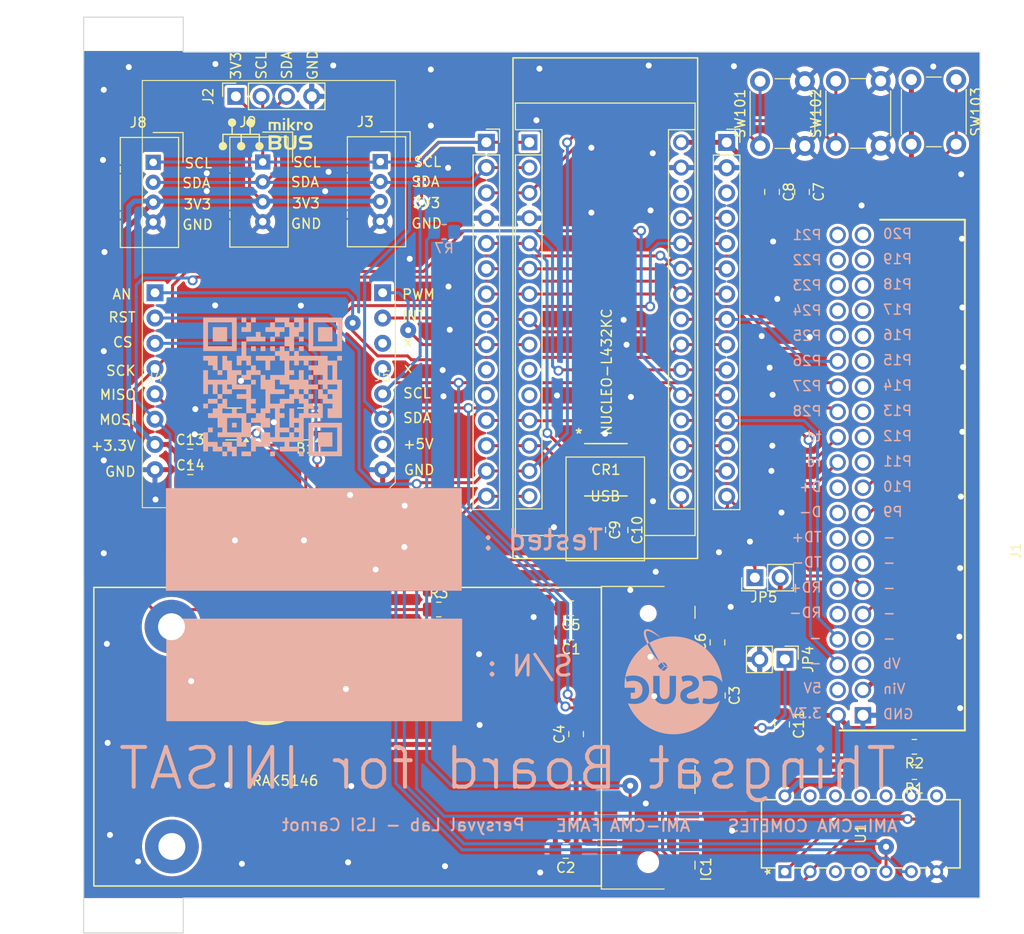
<source format=kicad_pcb>
(kicad_pcb (version 20240108) (generator "pcbnew") (generator_version "8.0")
  (layers (0 "F.Cu" power) (31 "B.Cu" power) (34 "B.Paste" user) (35 "F.Paste" user) (36 "B.SilkS" user "B.Silkscreen") (37 "F.SilkS" user "F.Silkscreen") (38 "B.Mask" user) (39 "F.Mask" user) (44 "Edge.Cuts" user))
  (net 0 "")
  (net 1 "+3V3")
  (net 2 "GND")
  (net 3 "/Vin")
  (net 12 "Net-(IC1-REFCLK+)")
  (net 19 "/HOST_SCK")
  (net 21 "/HOST_MISO")
  (net 25 "/PWM_ROUE{slash}MAG-X")
  (net 27 "/SENS_ROUE{slash}MAG-X")
  (net 28 "/PWM_MAG-Y")
  (net 30 "/SENS_MAG-Y")
  (net 36 "/RX_CALC")
  (net 38 "/TX_CALC")
  (net 41 "/CAN_RD")
  (net 43 "/CAN_TD")
  (net 45 "/SDA")
  (net 47 "/SCL")
  (net 49 "/RESET_SIGNAL")
  (net 60 "/MCU_NRESET")
  (net 61 "/L432KC_RESET")
  (net 62 "/CAN1_TX")
  (net 63 "/CS_MCU")
  (net 66 "/CAN1_RX")
  (net 68 "Net-(B2-OE)")
  (net 69 "Net-(IC1-PERn0)")
  (net 70 "Net-(CR1-ASC)")
  (net 71 "Net-(J6-Pin_4)")
  (net 72 "/MKB_MISO")
  (net 73 "/GPIO(6)")
  (net 74 "/AREF")
  (net 78 "/STANDBY_GPS")
  (net 79 "/TH1")
  (net 82 "/SX1303_RESET")
  (net 83 "Net-(IC1-RESERVED1)")
  (net 86 "Net-(IC1-RESERVED2)")
  (net 87 "Net-(IC1-RESERVED3)")
  (net 88 "Net-(IC1-RESERVED4)")
  (net 89 "/AN")
  (net 90 "/MCU_MOSI")
  (net 92 "/MISO")
  (net 93 "/PWM_MKR")
  (net 94 "/INT_MKR")
  (net 100 "/3.3V")
  (footprint "Connector_PCBEdge:BUS_PCI_Express_Mini" (layer "F.Cu") (at 120.434748 115.445 90)
    (property "Reference" "IC1")
    (property "Value" "PCI_EXPRESS_CARD")
  )
  (footprint "Button_Switch_THT:SW_PUSH_6mm" (layer "F.Cu") (at 139.28 55.97 90)
    (property "Reference" "SW102")
    (property "Value" "Jumper_MCU_Reset_Open")
  )
  (footprint "Connector_PinHeader_2.54mm:PinHeader_1x02_P2.54mm_Vertical" (layer "F.Cu") (at 131.15 99.36 90)
    (property "Reference" "JP5")
    (property "Value" "speed_controller")
  )
  (footprint "Package_SO:TSOP-5_1.65x3.05mm_P0.95mm" (layer "F.Cu") (at 78.81 83.92 180)
    (property "Reference" "B2" (hide yes))
    (property "Value" "SN74AHC1G125DBVT")
  )
  (footprint "Capacitor_SMD:C_0805_2012Metric_Pad1.18x1.45mm_HandSolder" (layer "F.Cu") (at 115.42 94.57 -90)
    (property "Reference" "C9")
    (property "Value" "10u")
  )
  (footprint "Connector:NS-Tech_Grove_1x04_P2mm_Vertical" (layer "F.Cu") (at 93.53 57.57)
    (property "Reference" "J3")
    (property "Value" "I2C_Grove")
  )
  (footprint "Resistor_SMD:R_0805_2012Metric_Pad1.20x1.40mm_HandSolder" (layer "F.Cu") (at 99.410048 100.5586)
    (property "Reference" "R4")
    (property "Value" "100")
  )
  (footprint "Capacitor_SMD:C_0805_2012Metric_Pad1.18x1.45mm_HandSolder" (layer "F.Cu") (at 112.684048 104.8732 180)
    (property "Reference" "C1")
    (property "Value" "10u")
  )
  (footprint "Library:MIkrobus_Connector" (layer "F.Cu") (at 93.771248 79.629)
    (property "Reference" "J5")
    (property "Value" "Conn_01x08")
  )
  (footprint "Package_SO:TSOP-5_1.65x3.05mm_P0.95mm" (layer "F.Cu") (at 86.03 83.92 180)
    (property "Reference" "B1")
    (property "Value" "SN74AHC1G125DBVT")
  )
  (footprint "Connector_PinSocket_2.54mm:PinSocket_1x15_P2.54mm_Vertical" (layer "F.Cu") (at 128.313249 55.637948)
    (property "Reference" "J6" (hide yes))
    (property "Value" "Conn_01x15")
  )
  (footprint "Connector_PinSocket_2.54mm:PinSocket_1x15_P2.54mm_Vertical" (layer "F.Cu") (at 104.183248 55.626)
    (property "Reference" "J7" (hide yes))
    (property "Value" "Conn_01x15")
  )
  (footprint "Capacitor_SMD:C_0805_2012Metric_Pad1.18x1.45mm_HandSolder" (layer "F.Cu") (at 117.66 94.58 -90)
    (property "Reference" "C10")
    (property "Value" "100n")
  )
  (footprint "Capacitor_SMD:C_0805_2012Metric_Pad1.18x1.45mm_HandSolder" (layer "F.Cu") (at 133.88 114.1075 -90)
    (property "Reference" "C11")
    (property "Value" "100n")
  )
  (footprint "Com Nucleo library:logo_csug" (layer "F.Cu") (at 81.977491 108.884548)
    (property "Reference" "G***" (hide yes))
    (property "Value" "LOGO" (hide yes))
  )
  (footprint "Connector_PinHeader_2.54mm:PinHeader_1x02_P2.54mm_Vertical" (layer "F.Cu") (at 134.17 107.57 -90)
    (property "Reference" "JP4")
    (property "Value" "Jumper_STANDBY_GPS_Open")
  )
  (footprint "Resistor_SMD:R_0805_2012Metric_Pad1.20x1.40mm_HandSolder" (layer "F.Cu") (at 147.163948 118.8974 180)
    (property "Reference" "R1")
    (property "Value" "0")
  )
  (footprint "Capacitor_SMD:C_0805_2012Metric_Pad1.18x1.45mm_HandSolder" (layer "F.Cu") (at 127.426248 111.2012 -90)
    (property "Reference" "C3")
    (property "Value" "100n")
  )
  (footprint "Connector:NS-Tech_Grove_1x04_P2mm_Vertical" (layer "F.Cu") (at 70.73 57.64)
    (property "Reference" "J8")
    (property "Value" "I2C_Grove")
  )
  (footprint "Capacitor_SMD:C_0805_2012Metric_Pad1.18x1.45mm_HandSolder" (layer "F.Cu") (at 113.2 115.08 90)
    (property "Reference" "C4")
    (property "Value" "100n")
  )
  (footprint "Capacitor_SMD:C_0805_2012Metric_Pad1.18x1.45mm_HandSolder" (layer "F.Cu") (at 132.87 60.6125 -90)
    (property "Reference" "C8")
    (property "Value" "100n")
  )
  (footprint "Library:SO-8_STM" (layer "F.Cu") (at 116.1862 88.525)
    (property "Reference" "CR1")
    (property "Value" "L9616")
  )
  (footprint "Capacitor_SMD:C_0805_2012Metric_Pad1.18x1.45mm_HandSolder" (layer "F.Cu") (at 135.88 60.6125 -90)
    (property "Reference" "C7")
    (property "Value" "10u")
  )
  (footprint "Capacitor_SMD:C_0805_2012Metric_Pad1.18x1.45mm_HandSolder" (layer "F.Cu") (at 112.1525 126.82 180)
    (property "Reference" "C2")
    (property "Value" "100n")
  )
  (footprint "MountingHole:MountingHole_2.7mm_M2.5_Pad" (layer "F.Cu") (at 72.61 126.37)
    (property "Reference" "REF**" (hide yes))
    (property "Value" "MountingHole_2.7mm_M2.5_Pad")
  )
  (footprint "Capacitor_SMD:C_0805_2012Metric_Pad1.18x1.45mm_HandSolder" (layer "F.Cu") (at 127.39 105.8675 90)
    (property "Reference" "C6")
    (property "Value" "100n")
  )
  (footprint "Library:N14" (layer "F.Cu") (at 134.157248 128.905 90)
    (property "Reference" "U1")
    (property "Value" "7404")
  )
  (footprint "Logos-image:mikrobus_logo" (layer "F.Cu") (at 81.806096 54.730538)
    (property "Reference" "G***" (hide yes))
    (property "Value" "LOGO" (hide yes))
  )
  (footprint "Module:Arduino_Nano" (layer "F.Cu") (at 108.503248 55.626)
    (property "Reference" "L432KC1" (hide yes))
    (property "Value" "MCU")
  )
  (footprint "Connector:NS-Tech_Grove_1x04_P2mm_Vertical" (layer "F.Cu") (at 81.73 57.6)
    (property "Reference" "J9")
    (property "Value" "I2C_Grove")
  )
  (footprint "Button_Switch_THT:SW_PUSH_6mm" (layer "F.Cu") (at 151.36 49.32 -90)
    (property "Reference" "SW103")
    (property "Value" "Jumper_SX1303_Reset_Open")
  )
  (footprint "Resistor_SMD:R_0805_2012Metric_Pad1.20x1.40mm_HandSolder" (layer "F.Cu") (at 99.386548 98.552)
    (property "Reference" "R5")
    (property "Value" "100")
  )
  (footprint "Resistor_SMD:R_0805_2012Metric_Pad1.20x1.40mm_HandSolder" (layer "F.Cu") (at 147.163948 116.3574 180)
    (property "Reference" "R2")
    (property "Value" "0")
  )
  (footprint "Capacitor_SMD:C_0805_2012Metric_Pad1.18x1.45mm_HandSolder" (layer "F.Cu") (at 74.46 89.75)
    (property "Reference" "C14")
    (property "Value" "100n")
  )
  (footprint "Button_Switch_THT:SW_PUSH_6mm" (layer "F.Cu") (at 131.67 55.99 90)
    (property "Reference" "SW101")
    (property "Value" "Jumper_RESET_L432KC_Open")
  )
  (footprint "MountingHole:MountingHole_2.7mm_M2.5_Pad" (layer "F.Cu") (at 72.57 104.29)
    (property "Reference" "REF**" (hide yes))
    (property "Value" "MountingHole_2.7mm_M2.5_Pad")
  )
  (footprint "Library:MIkrobus_Connector" (layer "F.Cu") (at 70.911248 79.629)
    (property "Reference" "J4")
    (property "Value" "Conn_01x08")
  )
  (footprint "Capacitor_SMD:C_0805_2012Metric_Pad1.18x1.45mm_HandSolder" (layer "F.Cu") (at 74.44 87.19)
    (property "Reference" "C13")
    (property "Value" "10u")
  )
  (footprint "Connector_PinSocket_2.54mm:PinSocket_1x04_P2.54mm_Vertical" (layer "F.Cu") (at 79.03 51.01 90)
    (property "Reference" "J2")
    (property "Value" "I2C_Grove")
  )
  (footprint "Resistor_SMD:R_0805_2012Metric_Pad1.20x1.40mm_HandSolder" (layer "F.Cu") (at 99.410048 102.5652)
    (property "Reference" "R3")
    (property "Value" "100")
  )
  (footprint "Resistor_SMD:R_0805_2012Metric_Pad1.20x1.40mm_HandSolder" (layer "F.Cu") (at 99.384648 96.281)
    (property "Reference" "R6")
    (property "Value" "100")
  )
  (footprint "Capacitor_SMD:C_0805_2012Metric_Pad1.18x1.45mm_HandSolder" (layer "F.Cu") (at 112.679048 102.4382 180)
    (property "Reference" "C5")
    (property "Value" "100n")
  )
  (footprint "Library:flatsat_conn" (layer "F.Cu") (at 152.48 89.05)
    (property "Reference" "J1")
    (property "Value" "Bus Standard")
  )
  (footprint "Resistor_SMD:R_0805_2012Metric_Pad1.20x1.40mm_HandSolder" (layer "B.Cu") (at 99.943448 64.6176)
    (property "Reference" "R7")
    (property "Value" "0")
  )
  (footprint "Com Nucleo library:logo_csug" (layer "B.Cu") (at 123.06 109.81 180)
    (property "Reference" "G***" (hide yes))
    (property "Value" "LOGO" (hide yes))
  )
  (footprint "Com Nucleo library:qr_code_flatsat" (layer "B.Cu") (at 82.179575 80.740426 180)
    (property "Reference" "QR" (hide yes))
    (property "Value" "LOGO" (hide yes))
  )
  (gr_rect (start 72.12 103.55) (end 101.68 113.71) (stroke (width 0.15)) (fill solid) (layer "B.SilkS"))
  (gr_rect (start 72.08 90.44) (end 101.64 100.6) (stroke (width 0.15)) (fill solid) (layer "B.SilkS"))
  (gr_line (start 69.641248 92.329) (end 92.501248 92.329) (stroke (width 0.1)) (layer "F.SilkS"))
  (gr_line (start 69.641248 92.316) (end 69.641248 49.416) (stroke (width 0.1)) (layer "F.SilkS"))
  (gr_rect (start 106.859233 47.144374) (end 125.399233 97.434374) (stroke (width 0.15)) (fill none) (layer "F.SilkS"))
  (gr_line (start 69.641248 49.416) (end 95.041248 49.416) (stroke (width 0.1)) (layer "F.SilkS"))
  (gr_line (start 95.041248 89.789) (end 92.501248 92.329) (stroke (width 0.1)) (layer "F.SilkS"))
  (gr_rect (start 64.773996 100.341538) (end 115.733996 130.341538) (stroke (width 0.15)) (fill none) (layer "F.SilkS"))
  (gr_line (start 95.041248 89.789) (end 95.041248 49.416) (stroke (width 0.1)) (layer "F.SilkS"))
  (gr_line (start 73.75 43.05) (end 73.75 46.55) (stroke (width 0.1)) (layer "Edge.Cuts"))
  (gr_line (start 63.75 43.05) (end 73.75 43.05) (stroke (width 0.1)) (layer "Edge.Cuts"))
  (gr_line (start 73.75 131.55) (end 153.75 131.55) (stroke (width 0.1)) (layer "Edge.Cuts"))
  (gr_line (start 73.75 46.55) (end 153.75 46.55) (stroke (width 0.1)) (layer "Edge.Cuts"))
  (gr_line (start 63.75 135.05) (end 73.75 135.05) (stroke (width 0.1)) (layer "Edge.Cuts"))
  (gr_line (start 153.75 131.55) (end 153.75 46.55) (stroke (width 0.1)) (layer "Edge.Cuts"))
  (gr_line (start 63.75 135.05) (end 63.75 43.05) (stroke (width 0.1)) (layer "Edge.Cuts"))
  (gr_line (start 73.75 131.55) (end 73.75 135.05) (stroke (width 0.1)) (layer "Edge.Cuts"))
  (gr_text "Tested :" (at 116.09 96.74 0) (layer "B.SilkS") (effects (font (size 2 2) (thickness 0.3)) (justify left bottom mirror)))
  (gr_text "S/N :" (at 113.05 109.41 0) (layer "B.SilkS") (effects (font (size 2 2) (thickness 0.3)) (justify left bottom mirror)))
  (gr_text "AMI-CMA FAME" (at 124.78 124.98 0) (layer "B.SilkS") (effects (font (size 1.2 1.2) (thickness 0.2) (bold yes)) (justify left bottom mirror)))
  (gr_text "AMI-CMA COMETES" (at 145.59 125.01 0) (layer "B.SilkS") (effects (font (size 1.2 1.2) (thickness 0.2) (bold yes)) (justify left bottom mirror)))
  (gr_text "Thingsat Board for INISAT" (at 145.61 120.88 0) (layer "B.SilkS") (effects (font (size 4 4) (thickness 0.4)) (justify left bottom mirror)))
  (gr_text "Persyval Lab - LSI Carnot" (at 108.16 124.9 0) (layer "B.SilkS") (effects (font (size 1.2 1.2) (thickness 0.2) (bold yes)) (justify left bottom mirror)))
  (gr_text "RAK5146\n" (at 83.985748 119.763 0) (layer "F.SilkS") (effects (font (size 1 1))))
  (gr_text "+5V" (at 95.74 86.53 0) (layer "F.SilkS") (effects (font (size 1 1)) (justify left bottom)))
  (gr_text "NUCLEO-L432KC" (at 116.27 78.7 90) (layer "F.SilkS") (effects (font (size 1 1))))
  (gr_text "SCL\n" (at 82.18 49.4 90) (layer "F.SilkS") (effects (font (size 1 1)) (justify left bottom)))
  (gr_text "SDA\n" (at 84.74 49.38 90) (layer "F.SilkS") (effects (font (size 1 1)) (justify left bottom)))
  (gr_text "3V3" (at 84.6 62.34 0) (layer "F.SilkS") (effects (font (size 1 1)) (justify left bottom)))
  (gr_text "AN" (at 66.55 71.48 0) (layer "F.SilkS") (effects (font (size 1 1)) (justify left bottom)))
  (gr_text "MISO" (at 65.27 81.57 0) (layer "F.SilkS") (effects (font (size 1 1)) (justify left bottom)))
  (gr_text "SCL\n" (at 96.79 58.18 0) (layer "F.SilkS") (effects (font (size 1 1)) (justify left bottom)))
  (gr_text "CS" (at 66.6 76.3 0) (layer "F.SilkS") (effects (font (size 1 1)) (justify left bottom)))
  (gr_text "x" (at 95.78 76.23 0) (layer "F.SilkS") (effects (font (size 1 1)) (justify left bottom)))
  (gr_text "PWM" (at 95.63 71.49 0) (layer "F.SilkS") (effects (font (size 1 1)) (justify left bottom)))
  (gr_text "SDA" (at 95.74 83.9 0) (layer "F.SilkS") (effects (font (size 1 1)) (justify left bottom)))
  (gr_text "GND" (at 96.57 64.36 0) (layer "F.SilkS") (effects (font (size 1 1)) (justify left bottom)))
  (gr_text "SDA" (at 96.57 60.17 0) (layer "F.SilkS") (effects (font (size 1 1)) (justify left bottom)))
  (gr_text "GND\n" (at 87.32 49.46 90) (layer "F.SilkS") (effects (font (size 1 1)) (justify left bottom)))
  (gr_text "3V3" (at 96.7 62.31 0) (layer "F.SilkS") (effects (font (size 1 1)) (justify left bottom)))
  (gr_text "GND" (at 95.82 89.12 0) (layer "F.SilkS") (effects (font (size 1 1)) (justify left bottom)))
  (gr_text "GND" (at 65.81 89.3 0) (layer "F.SilkS") (effects (font (size 1 1)) (justify left bottom)))
  (gr_text "SDA" (at 73.57 60.3 0) (layer "F.SilkS") (effects (font (size 1 1)) (justify left bottom)))
  (gr_text "3V3" (at 73.7 62.44 0) (layer "F.SilkS") (effects (font (size 1 1)) (justify left bottom)))
  (gr_text "SCL\n" (at 84.69 58.21 0) (layer "F.SilkS") (effects (font (size 1 1)) (justify left bottom)))
  (gr_text "RST" (at 66.15 73.79 0) (layer "F.SilkS") (effects (font (size 1 1)) (justify left bottom)))
  (gr_text "GND" (at 73.57 64.49 0) (layer "F.SilkS") (effects (font (size 1 1)) (justify left bottom)))
  (gr_text "x" (at 95.82 78.86 0) (layer "F.SilkS") (effects (font (size 1 1)) (justify left bottom)))
  (gr_text "SCK" (at 65.91 79.16 0) (layer "F.SilkS") (effects (font (size 1 1)) (justify left bottom)))
  (gr_text "SDA" (at 84.47 60.2 0) (layer "F.SilkS") (effects (font (size 1 1)) (justify left bottom)))
  (gr_text "INT" (at 95.63 73.68 0) (layer "F.SilkS") (effects (font (size 1 1)) (justify left bottom)))
  (gr_text "MOSI" (at 65.22 84.08 0) (layer "F.SilkS") (effects (font (size 1 1)) (justify left bottom)))
  (gr_text "GND" (at 84.47 64.39 0) (layer "F.SilkS") (effects (font (size 1 1)) (justify left bottom)))
  (gr_text "SCL" (at 95.74 81.42 0) (layer "F.SilkS") (effects (font (size 1 1)) (justify left bottom)))
  (gr_text "3V3\n" (at 79.63 49.4 90) (layer "F.SilkS") (effects (font (size 1 1)) (justify left bottom)))
  (gr_text "SCL\n" (at 73.79 58.31 0) (layer "F.SilkS") (effects (font (size 1 1)) (justify left bottom)))
  (gr_text "+3.3V" (at 64.38 86.69 0) (layer "F.SilkS") (effects (font (size 1 1)) (justify left bottom)))
  (segment (start 113.634048 104.8732) (end 113.634048 102.4432) (width 0.5) (layer "F.Cu") (net 1))
  (segment (start 115.42 89.99) (end 114.59 89.16) (width 0.5) (layer "F.Cu") (net 1))
  (segment (start 112.78 126.52) (end 113.105 126.845) (width 0.3) (layer "F.Cu") (net 1))
  (segment (start 73.4225 87.21) (end 73.4225 89.75) (width 0.5) (layer "F.Cu") (net 1))
  (segment (start 114.835848 103.645) (end 113.629048 102.4382) (width 0.3) (layer "F.Cu") (net 1))
  (segment (start 131.937524 103.047524) (end 127.238248 107.7468) (width 0.5) (layer "F.Cu") (net 1))
  (segment (start 77.65 86.02) (end 77.63 86.04) (width 0.3) (layer "F.Cu") (net 1))
  (segment (start 127.426248 107.9348) (end 127.238248 107.7468) (width 0.5) (layer "F.Cu") (net 1))
  (segment (start 118.023478 103.645) (end 116.334748 103.645) (width 0.5) (layer "F.Cu") (net 1))
  (segment (start 113.634048 102.4432) (end 113.629048 102.4382) (width 0.5) (layer "F.Cu") (net 1))
  (segment (start 118.87 113.92) (end 118.87 104.491522) (width 0.5) (layer "F.Cu") (net 1))
  (segment (start 130.376248 113.2012) (end 127.426248 110.2512) (width 0.5) (layer "F.Cu") (net 1))
  (segment (start 133.69 101.295048) (end 131.937524 103.047524) (width 0.5) (layer "F.Cu") (net 1))
  (segment (start 127.426248 110.2512) (end 127.426248 107.9348) (width 0.5) (layer "F.Cu") (net 1))
  (segment (start 74.2175 116.1175) (end 113.2 116.1175) (width 0.5) (layer "F.Cu") (net 1))
  (segment (start 114.59 89.16) (end 113.7224 89.16) (width 0.5) (layer "F.Cu") (net 1))
  (segment (start 139.654922 113.182405) (end 139.636127 113.2012) (width 0.5) (layer "F.Cu") (net 1))
  (segment (start 67.91 64.46) (end 67.91 109.81) (width 0.5) (layer "F.Cu") (net 1))
  (segment (start 140.672282 114.512349) (end 139.457282 113.297349) (width 0.5) (layer "F.Cu") (net 1))
  (segment (start 116.334748 114.845) (end 115.025 114.845) (width 0.5) (layer "F.Cu") (net 1))
  (segment (start 127.238248 107.7468) (end 126.890048 108.095) (width 0.3) (layer "F.Cu") (net 1))
  (segment (start 126.890048 108.095) (end 124.534748 108.095) (width 0.3) (layer "F.Cu") (net 1))
  (segment (start 133.69 99.36) (end 133.69 101.295048) (width 0.5) (layer "F.Cu") (net 1))
  (segment (start 146.86 55.82) (end 146.86 110.974631) (width 0.5) (layer "F.Cu") (net 1))
  (segment (start 127.426248 110.2512) (end 127.426248 110.1365) (width 0.3) (layer "F.Cu") (net 1))
  (segment (start 83.7 86.04) (end 84.87 84.87) (width 0.3) (layer "F.Cu") (net 1))
  (segment (start 113.7525 116.1175) (end 113.2 116.1175) (width 0.3) (layer "F.Cu") (net 1))
  (segment (start 70.911248 85.979) (end 72.1915 85.979) (width 0.5) (layer "F.Cu") (net 1))
  (segment (start 117.66 93.5425) (end 118.1545 94.037) (width 0.5) (layer "F.Cu") (net 1))
  (segment (start 74.5525 86.04) (end 83.7 86.04) (width 0.3) (layer "F.Cu") (net 1))
  (segment (start 118.87 104.491522) (end 118.023478 103.645) (width 0.5) (layer "F.Cu") (net 1))
  (segment (start 127.426248 110.1365) (end 126.084748 108.795) (width 0.3) (layer "F.Cu") (net 1))
  (segment (start 80.4 52.38) (end 79.03 51.01) (width 0.3) (layer "F.Cu") (net 1))
  (segment (start 143.322282 114.512349) (end 140.672282 114.512349) (width 0.5) (layer "F.Cu") (net 1))
  (segment (start 113.105 126.845) (end 116.334748 126.845) (width 0.5) (layer "F.Cu") (net 1))
  (segment (start 73.4025 87.19) (end 74.5525 86.04) (width 0.3) (layer "F.Cu") (net 1))
  (segment (start 118.87 108.83) (end 118.885 108.845) (width 0.5) (layer "F.Cu") (net 1))
  (segment (start 81.73 61.6) (end 80.4 60.27) (width 0.3) (layer "F.Cu") (net 1))
  (segment (start 139.457282 113.297349) (end 139.457282 113.187349) (width 0.5) (layer "F.Cu") (net 1))
  (segment (start 122.927 94.037) (end 131.937524 103.047524) (width 0.5) (layer "F.Cu") (net 1))
  (segment (start 115.42 93.5325) (end 115.42 89.99) (width 0.5) (layer "F.Cu") (net 1))
  (segment (start 118.885 108.845) (end 124.534748 108.845) (width 0.5) (layer "F.Cu") (net 1))
  (segment (start 115.42 93.5325) (end 117.65 93.5325) (width 0.5) (layer "F.Cu") (net 1))
  (segment (start 77.65 84.87) (end 77.65 86.02) (width 0.3) (layer "F.Cu") (net 1))
  (segment (start 126.084748 108.795) (end 124.534748 108.795) (width 0.3) (layer "F.Cu") (net 1))
  (segment (start 139.654922 113.182405) (end 138.957843 113.182405) (width 0.5) (layer "F.Cu") (net 1))
  (segment (start 80.4 60.27) (end 80.4 52.38) (width 0.3) (layer "F.Cu") (net 1))
  (segment (start 118.1545 94.037) (end 122.927 94.037) (width 0.5) (layer "F.Cu") (net 1))
  (segment (start 117.945 114.845) (end 118.87 113.92) (width 0.5) (layer "F.Cu") (net 1))
  (segment (start 116.334748 114.845) (end 117.945 114.845) (width 0.5) (layer "F.Cu") (net 1))
  (segment (start 146.86 110.974631) (end 143.322282 114.512349) (width 0.5) (layer "F.Cu") (net 1))
  (segment (start 67.91 109.81) (end 74.2175 116.1175) (width 0.5) (layer "F.Cu") (net 1))
  (segment (start 116.334748 103.645) (end 114.835848 103.645) (width 0.3) (layer "F.Cu") (net 1))
  (segment (start 72.1915 85.979) (end 73.4225 87.21) (width 0.5) (layer "F.Cu") (net 1))
  (segment (start 139.636127 113.2012) (end 130.376248 113.2012) (width 0.5) (layer "F.Cu") (net 1))
  (segment (start 70.73 61.64) (end 67.91 64.46) (width 0.5) (layer "F.Cu") (net 1))
  (segment (start 113.2 126.45) (end 112.78 126.87) (width 0.3) (layer "F.Cu") (net 1))
  (segment (start 115.025 114.845) (end 113.7525 116.1175) (width 0.5) (layer "F.Cu") (net 1))
  (segment (start 146.86 55.82) (end 146.86 49.32) (width 0.5) (layer "F.Cu") (net 1))
  (segment (start 113.2 116.1175) (end 113.2 126.45) (width 0.5) (layer "F.Cu") (net 1))
  (segment (start 117.65 93.5325) (end 117.66 93.5425) (width 0.5) (layer "F.Cu") (net 1))
  (segment (start 135.672248 119.77) (end 138.94 119.77) (width 0.5) (layer "B.Cu") (net 1))
  (segment (start 134.157248 121.285) (end 135.672248 119.77) (width 0.5) (layer "B.Cu") (net 1))
  (segment (start 138.94 119.77) (end 139.457282 119.252718) (width 0.5) (layer "B.Cu") (net 1))
  (segment (start 139.457282 119.252718) (end 139.457282 113.187349) (width 0.5) (layer "B.Cu") (net 1))
  (segment (start 68.83 61.53) (end 93.49 61.53) (width 0.5) (layer "B.Cu") (net 1))
  (segment (start 68.27 62.09) (end 68.83 61.53) (width 0.5) (layer "B.Cu") (net 1))
  (segment (start 68.27 83.337752) (end 68.27 62.09) (width 0.5) (layer "B.Cu") (net 1))
  (segment (start 70.911248 85.979) (end 68.27 83.337752) (width 0.5) (layer "B.Cu") (net 1))
  (segment (start 93.49 61.53) (end 93.53 61.57) (width 0.5) (layer "B.Cu") (net 1))
  (segment (start 123.743248 58.166) (end 128.301301 58.166) (width 0.3) (layer "F.Cu") (net 2))
  (segment (start 104.183248 63.246) (end 108.503248 63.246) (width 0.3) (layer "F.Cu") (net 2))
  (segment (start 123.134748 124.045) (end 122.682 123.592252) (width 0.3) (layer "F.Cu") (net 2))
  (segment (start 123.1348 121.645) (end 124.534748 121.645) (width 0.3) (layer "F.Cu") (net 2))
  (segment (start 126.732448 112.845) (end 127.426248 112.1512) (width 0.3) (layer "F.Cu") (net 2))
  (segment (start 122.682 122.0978) (end 123.1348 121.645) (width 0.3) (layer "F.Cu") (net 2))
  (segment (start 116.334748 114.045) (end 116.195 114.045) (width 0.3) (layer "F.Cu") (net 2))
  (segment (start 122.682 123.592252) (end 122.682 122.0978) (width 0.3) (layer "F.Cu") (net 2))
  (segment (start 124.534748 124.045) (end 123.134748 124.045) (width 0.3) (layer "F.Cu") (net 2))
  (segment (start 116.195 114.045) (end 116.1925 114.0425) (width 0.3) (layer "F.Cu") (net 2))
  (segment (start 124.534748 112.845) (end 126.732448 112.845) (width 0.3) (layer "F.Cu") (net 2))
  (via (at 120.1928 122.047) (size 1.6) (drill 0.6) (layers "F.Cu" "B.Cu") (net 2))
  (via (at 74.55 109.76) (size 1) (drill 0.6) (layers "F.Cu" "B.Cu") (net 2))
  (via (at 90.5002 91.059) (size 1.6) (drill 0.6) (layers "F.Cu" "B.Cu") (net 2))
  (via (at 111.28 81.06) (size 1) (drill 0.6) (layers "F.Cu" "B.Cu") (net 2))
  (via (at 65.69 57.4) (size 1) (drill 0.6) (layers "F.Cu" "B.Cu") (net 2))
  (via (at 78.16 120.18) (size 1) (drill 0.6) (layers "F.Cu" "B.Cu") (net 2))
  (via (at 103.45 107.05) (size 1) (drill 0.6) (layers "F.Cu" "B.Cu") (net 2))
  (via (at 141.86 61.97) (size 1) (drill 0.6) (layers "F.Cu" "B.Cu") (net 2))
  (via (at 109.51 48.23) (size 1) (drill 0.6) (layers "F.Cu" "B.Cu") (net 2))
  (via (at 133.4 71.36) (size 1) (drill 0.6) (layers "F.Cu" "B.Cu") (net 2))
  (via (at 66.39 125.21) (size 1) (drill 0.6) (layers "F.Cu" "B.Cu") (net 2))
  (via (at 120.89 56.72) (size 1) (drill 0.6) (layers "F.Cu" "B.Cu") (net 2))
  (via (at 78.94 95.61) (size 1) (drill 0.6) (layers "F.Cu" "B.Cu") (net 2))
  (via (at 68.28 48.07) (size 1) (drill 0.6) (layers "F.Cu" "B.Cu") (net 2))
  (via (at 151.86 58.83) (size 1) (drill 0.6) (layers "F.Cu" "B.Cu") (net 2))
  (via (at 88 60.54) (size 1) (drill 0.6) (layers "F.Cu" "B.Cu") (net 2))
  (via (at 118.26 75.96) (size 1) (drill 0.6) (layers "F.Cu" "B.Cu") (net 2))
  (via (at 85.56 72.03) (size 1) (drill 0.6) (layers "F.Cu" "B.Cu") (net 2))
  (via (at 128.72 102.3) (size 1.6) (drill 0.6) (layers "F.Cu" "B.Cu") (net 2))
  (via (at 120.67 62.47) (size 1) (drill 0.6) (layers "F.Cu" "B.Cu") (net 2))
  (via (at 88.81 47.91) (size 1) (drill 0.6) (layers "F.Cu" "B.Cu") (net 2))
  (via (at 128.86 124.79) (size 1) (drill 0.6) (layers "F.Cu" "B.Cu") (net 2))
  (via (at 121.19 98.77) (size 1) (drill 0.6) (layers "F.Cu" "B.Cu") (net 2))
  (via (at 132.9 86.11) (size 1) (drill 0.6) (layers "F.Cu" "B.Cu") (net 2))
  (via (at 65.77 87.58) (size 1) (drill 0.6) (layers "F.Cu" "B.Cu") (net 2))
  (via (at 132.93 80.99) (size 1) (drill 0.6) (layers "F.Cu" "B.Cu") (net 2))
  (via (at 100.34 58.19) (size 1) (drill 0.6) (layers "F.Cu" "B.Cu") (net 2))
  (via (at 121.04 111.27) (size 1.6) (drill 0.6) (layers "F.Cu" "B.Cu") (net 2))
  (via (at 151.83 91.22) (size 1) (drill 0.6) (layers "F.Cu" "B.Cu") (net 2))
  (via (at 133.82 92.82) (size 1) (drill 0.6) (layers "F.Cu" "B.Cu") (net 2))
  (via (at 132.81 88.64) (size 1) (drill 0.6) (layers "F.Cu" "B.Cu") (net 2))
  (via (at 151.68 105.29) (size 1) (drill 0.6) (layers "F.Cu" "B.Cu") (net 2))
  (via (at 79.64 128.11) (size 1) (drill 0.6) (layers "F.Cu" "B.Cu") (net 2))
  (via (at 114.73 62.69) (size 1) (drill 0.6) (layers "F.Cu" "B.Cu") (net 2))
  (via (at 90.62 120.3) (size 1) (drill 0.6) (layers "F.Cu" "B.Cu") (net 2))
  (via (at 76.11 58.73) (size 1) (drill 0.6) (layers "F.Cu" "B.Cu") (net 2))
  (via (at 76.98 47.76) (size 1) (drill 0.6) (layers "F.Cu" "B.Cu") (net 2))
  (via (at 65.77 50.35) (size 1) (drill 0.6) (layers "F.Cu" "B.Cu") (net 2))
  (via (at 74.9 84.96) (size 1) (drill 0.6) (layers "F.Cu" "B.Cu") (net 2))
  (via (at 98.61 48.31) (size 1) (drill 0.6) (layers "F.Cu" "B.Cu") (net 2))
  (via (at 120.92 91.68) (size 1) (drill 0.6) (layers "F.Cu" "B.Cu") (net 2))
  (via (at 136.66 75.18) (size 1) (drill 0.6) (layers "F.Cu" "B.Cu") (net 2))
  (via (at 76.95 72.01) (size 1) (drill 0.6) (layers "F.Cu" "B.Cu") (net 2))
  (via (at 114.73 56.17) (size 1) (drill 0.6) (layers "F.Cu" "B.Cu") (net 2))
  (via (at 65.77 96.91) (size 1) (drill 0.6) (layers "F.Cu" "B.Cu") (net 2))
  (via (at 151.94 65.31) (size 1) (drill 0.6) (layers "F.Cu" "B.Cu") (net 2))
  (via (at 74.96 82.43) (size 1) (drill 0.6) (layers "F.Cu" "B.Cu") (net 2))
  (via (at 99.88 81.14) (size 1) (drill 0.6) (layers "F.Cu" "B.Cu") (net 2))
  (via (at 96.49 67.33) (size 1) (drill 0.6) (layers "F.Cu" "B.Cu") (net 2))
  (via (at 151.98 84.71) (size 1) (drill 0.6) (layers "F.Cu" "B.Cu") (net 2))
  (via (at 109.21 53.41) (size 1) (drill 0.6) (layers "F.Cu" "B.Cu") (net 2))
  (via (at 131.83 75.09) (size 1) (drill 0.6) (layers "F.Cu" "B.Cu") (net 2))
  (via (at 118.64 100.6) (size 1) (drill 0.6) (layers "F.Cu" "B.Cu") (net 2))
  (via (at 65.84 66.65) (size 1) (drill 0.6) (layers "F.Cu" "B.Cu") (net 2))
  (via (at 132.63 78.27) (size 1) (drill 0.6) (layers "F.Cu" "B.Cu") (net 2))
  (via (at 85.87 95.61) (size 1) (drill 0.6) (layers "F.Cu" "B.Cu") (net 2))
  (via (at 76.11 60.52) (size 1) (drill 0.6) (layers "F.Cu" "B.Cu") (net 2))
  (via (at 65.77 76.61) (size 1) (drill 0.6) (layers "F.Cu" "B.Cu") (net 2))
  (via (at 117.97 73.46) (size 1) (drill 0.6) (layers "F.Cu" "B.Cu") (net 2))
  (via (at 88.34 58.59) (size 1) (drill 0.6) (layers "F.Cu" "B.Cu") (net 2))
  (via (at 129.04 47.98) (size 1) (drill 0.6) (layers "F.Cu" "B.Cu") (net 2))
  (via (at 100.51 74.46) (size 1) (drill 0.6) (layers "F.Cu" "B.Cu") (net 2))
  (via (at 118.7 81.21) (size 1) (drill 0.6) (layers "F.Cu" "B.Cu") (net 2))
  (via (at 149.06 48.01) (size 1) (drill 0.6) (layers "F.Cu" "B.Cu") (net 2))
  (via (at 116.1 84.9) (size 1.6) (drill 0.6) (layers "F.Cu" "B.Cu") (net 2))
  (via (at 70.9676 91.5162) (size 1.6) (drill 0.6) (layers "F.Cu" "B.Cu") (net 2))
  (via (at 110.97 94.29) (size 1) (drill 0.6) (layers "F.Cu" "B.Cu") (net 2))
  (via (at 100.38 70.12) (size 1) (drill 0.6) (layers "F.Cu" "B.Cu") (net 2))
  (via (at 66.08 106.01) (size 1) (drill 0.6) (layers "F.Cu" "B.Cu") (net 2))
  (via (at 79.55 79.59) (size 1) (drill 0.6) (layers "F.Cu" "B.Cu") (net 2))
  (via (at 98.61 53.95) (size 1) (drill 0.6) (layers "F.Cu" "B.Cu") (net 2))
  (via (at 151.76 98.4) (size 1) (drill 0.6) (layers "F.Cu" "B.Cu") (net 2))
  (via (at 120.49 47.91) (size 1) (drill 0.6) (layers "F.Cu" "B.Cu") (net 2))
  (via (at 127.54 96.81) (size 1) (drill 0.6) (layers "F.Cu" "B.Cu") (net 2))
  (via (at 69.22 127.88) (size 1) (drill 0.6) (layers "F.Cu" "B.Cu") (net 2))
  (via (at 120.66 107.31) (size 1.6) (drill 0.6) (layers "F.Cu" "B.Cu") (net 2))
  (via (at 108.93 103.32) (size 1) (drill 0.6) (layers "F.Cu" "B.Cu") (net 2))
  (via (at 90.3 127.96) (size 1) (drill 0.6) (layers "F.Cu" "B.Cu") (net 2))
  (via (at 99.8 78.51) (size 1) (drill 0.6) (layers "F.Cu" "B.Cu") (net 2))
  (via (at 95.9866 92.1258) (size 1.6) (drill 0.6) (layers "F.Cu" "B.Cu") (net 2))
  (via (at 151.76 112.47) (size 1) (drill 0.6) (layers "F.Cu" "B.Cu") (net 2))
  (via (at 103.51 114.16) (size 1) (drill 0.6) (layers "F.Cu" "B.Cu") (net 2))
  (via (at 151.98 72.22) (size 1) (drill 0.6) (layers "F.Cu" "B.Cu") (net 2))
  (via (at 82.84 83.74) (size 1) (drill 0.6) (layers "F.Cu" "B.Cu") (net 2))
  (via (at 130.65 95.74) (size 1) (drill 0.6) (layers "F.Cu" "B.Cu") (net 2))
  (via (at 90.08 110.55) (size 1) (drill 0.6) (layers "F.Cu" "B.Cu") (net 2))
  (via (at 152.05 78.21) (size 1) (drill 0.6) (layers "F.Cu" "B.Cu") (net 2))
  (via (at 100.03 128.35) (size 1) (drill 0.6) (layers "F.Cu" "B.Cu") (net 2))
  (via (at 109.59 128.98) (size 1) (drill 0.6) (layers "F.Cu" "B.Cu") (net 2))
  (via (at 132.98 65.59) (size 1) (drill 0.6) (layers "F.Cu" "B.Cu") (net 2))
  (via (at 66.16 115.96) (size 1) (drill 0.6) (layers "F.Cu" "B.Cu") (net 2))
  (segment (start 128.301301 58.166) (end 128.313249 58.177948) (width 0.3) (layer "B.Cu") (net 2))
  (segment (start 145.77 62.387352) (end 142.812648 59.43) (width 0.5) (layer "F.Cu") (net 3))
  (segment (start 123.743248 55.626) (end 128.301301 55.626) (width 0.5) (layer "F.Cu") (net 3))
  (segment (start 132.105301 59.43) (end 128.313249 55.637948) (width 0.5) (layer "F.Cu") (net 3))
  (segment (start 142.812648 59.43) (end 132.105301 59.43) (width 0.5) (layer "F.Cu") (net 3))
  (segment (start 142.194922 110.642405) (end 145.77 107.067327) (width 0.5) (layer "F.Cu") (net 3))
  (segment (start 145.77 107.067327) (end 145.77 62.387352) (width 0.5) (layer "F.Cu") (net 3))
  (segment (start 128.301301 55.626) (end 128.313249 55.637948) (width 0.5) (layer "B.Cu") (net 3))
  (segment (start 146.251448 118.8974) (end 146.138848 119.01) (width 0.3) (layer "F.Cu") (net 12))
  (segment (start 146.138848 119.01) (end 133.64 119.01) (width 0.3) (layer "F.Cu") (net 12))
  (segment (start 133.64 119.01) (end 130.205 122.445) (width 0.3) (layer "F.Cu") (net 12))
  (segment (start 130.205 122.445) (end 124.534748 122.445) (width 0.3) (layer "F.Cu") (net 12))
  (segment (start 123.743248 81.026) (end 128.301301 81.026) (width 0.3) (layer "F.Cu") (net 19))
  (segment (start 98.497548 102.5652) (end 70.7352 102.5652) (width 0.3) (layer "F.Cu") (net 19))
  (segment (start 97.86 68.6) (end 74.082182 68.6) (width 0.3) (layer "F.Cu") (net 19))
  (segment (start 72.67 70.012182) (end 72.67 76.600248) (width 0.3) (layer "F.Cu") (net 19))
  (segment (start 70.7352 102.5652) (end 68.56 100.39) (width 0.3) (layer "F.Cu") (net 19))
  (segment (start 68.56 80.710248) (end 70.911248 78.359) (width 0.3) (layer "F.Cu") (net 19))
  (segment (start 68.56 100.39) (end 68.56 80.710248) (width 0.3) (layer "F.Cu") (net 19))
  (segment (start 74.082182 68.6) (end 72.67 70.012182) (width 0.3) (layer "F.Cu") (net 19))
  (segment (start 119.71 64.51) (end 101.95 64.51) (width 0.3) (layer "F.Cu") (net 19))
  (segment (start 72.67 76.600248) (end 70.911248 78.359) (width 0.3) (layer "F.Cu") (net 19))
  (segment (start 101.95 64.51) (end 97.86 68.6) (width 0.3) (layer "F.Cu") (net 19))
  (via (at 119.71 64.51) (size 1) (drill 0.6) (layers "F.Cu" "B.Cu") (net 19))
  (segment (start 119.73 77.012752) (end 123.743248 81.026) (width 0.3) (layer "B.Cu") (net 19))
  (segment (start 119.73 64.53) (end 119.73 77.012752) (width 0.3) (layer "B.Cu") (net 19))
  (segment (start 128.301301 81.026) (end 128.313249 81.037948) (width 0.3) (layer "B.Cu") (net 19))
  (segment (start 119.71 64.51) (end 119.73 64.53) (width 0.3) (layer "B.Cu") (net 19))
  (segment (start 93.440782 100.5586) (end 98.497548 100.5586) (width 0.3) (layer "F.Cu") (net 21))
  (segment (start 86.05 84.605) (end 86.05 93.167818) (width 0.3) (layer "F.Cu") (net 21))
  (segment (start 86.735 83.92) (end 86.05 84.605) (width 0.3) (layer "F.Cu") (net 21))
  (segment (start 86.05 93.167818) (end 93.440782 100.5586) (width 0.3) (layer "F.Cu") (net 21))
  (segment (start 87.19 83.92) (end 86.735 83.92) (width 0.3) (layer "F.Cu") (net 21))
  (segment (start 135.839148 84.827948) (end 122.977948 84.827948) (width 0.3) (layer "F.Cu") (net 25))
  (segment (start 122.977948 84.827948) (end 121.75 83.6) (width 0.3) (layer "F.Cu") (net 25))
  (segment (start 136.533848 85.522648) (end 135.839148 84.827948) (width 0.3) (layer "F.Cu") (net 25))
  (segment (start 104.183248 83.566) (end 108.503248 83.566) (width 0.3) (layer "F.Cu") (net 25))
  (segment (start 108.537248 83.6) (end 108.503248 83.566) (width 0.3) (layer "F.Cu") (net 25))
  (segment (start 121.75 83.6) (end 108.537248 83.6) (width 0.3) (layer "F.Cu") (net 25))
  (via (at 136.533848 85.522648) (size 1) (drill 0.6) (layers "F.Cu" "B.Cu") (net 25))
  (segment (start 136.722648 105.170131) (end 136.722648 85.522648) (width 0.3) (layer "B.Cu") (net 25))
  (segment (start 139.654922 108.102405) (end 136.722648 105.170131) (width 0.3) (layer "B.Cu") (net 25))
  (segment (start 123.743248 83.566) (end 128.301301 83.566) (width 0.3) (layer "F.Cu") (net 27))
  (segment (start 128.301301 83.566) (end 128.313249 83.577948) (width 0.3) (layer "B.Cu") (net 27))
  (segment (start 137.433848 84.933848) (end 136.077948 83.577948) (width 0.3) (layer "B.Cu") (net 27))
  (segment (start 136.077948 83.577948) (end 128.313249 83.577948) (width 0.3) (layer "B.Cu") (net 27))
  (segment (start 139.654922 105.562405) (end 137.433848 103.341331) (width 0.3) (layer "B.Cu") (net 27))
  (segment (start 137.433848 103.341331) (end 137.433848 84.933848) (width 0.3) (layer "B.Cu") (net 27))
  (segment (start 108.517248 68.34) (end 108.503248 68.326) (width 0.3) (layer "F.Cu") (net 28))
  (segment (start 104.183248 68.326) (end 108.503248 68.326) (width 0.3) (layer "F.Cu") (net 28))
  (segment (start 123.09 67.06) (end 121.81 68.34) (width 0.3) (layer "F.Cu") (net 28))
  (segment (start 130.677448 68.7324) (end 129.005048 67.06) (width 0.3) (layer "F.Cu") (net 28))
  (segment (start 144.94 70.92) (end 142.7524 68.7324) (width 0.3) (layer "F.Cu") (net 28))
  (segment (start 142.194922 103.022405) (end 144.94 100.277327) (width 0.3) (layer "F.Cu") (net 28))
  (segment (start 144.94 100.277327) (end 144.94 70.92) (width 0.3) (layer "F.Cu") (net 28))
  (segment (start 121.81 68.34) (end 108.517248 68.34) (width 0.3) (layer "F.Cu") (net 28))
  (segment (start 129.005048 67.06) (end 123.09 67.06) (width 0.3) (layer "F.Cu") (net 28))
  (segment (start 142.7524 68.7324) (end 130.677448 68.7324) (width 0.3) (layer "F.Cu") (net 28))
  (segment (start 128.391448 91.276147) (end 128.313249 91.197948) (width 0.3) (layer "F.Cu") (net 30))
  (segment (start 136.307706 99.192405) (end 128.313249 91.197948) (width 0.3) (layer "F.Cu") (net 30))
  (segment (start 142.194922 100.482405) (end 140.904922 99.192405) (width 0.3) (layer "F.Cu") (net 30))
  (segment (start 123.743248 91.186) (end 123.743248 92.202) (width 0.3) (layer "F.Cu") (net 30))
  (segment (start 128.391448 92.2782) (end 128.391448 91.276147) (width 0.3) (layer "F.Cu") (net 30))
  (segment (start 127.832648 92.837) (end 128.391448 92.2782) (width 0.3) (layer "F.Cu") (net 30))
  (segment (start 123.743248 92.202) (end 124.378248 92.837) (width 0.3) (layer "F.Cu") (net 30))
  (segment (start 124.378248 92.837) (end 127.832648 92.837) (width 0.3) (layer "F.Cu") (net 30))
  (segment (start 140.904922 99.192405) (end 136.307706 99.192405) (width 0.3) (layer "F.Cu") (net 30))
  (segment (start 142.667595 92.862405) (end 144.24 91.29) (width 0.3) (layer "F.Cu") (net 36))
  (segment (start 144.24 91.29) (end 144.24 75.17) (width 0.3) (layer "F.Cu") (net 36))
  (segment (start 108.507248 70.87) (end 108.503248 70.866) (width 0.3) (layer "F.Cu") (net 36))
  (segment (start 139.967043 73.77) (end 139.964694 73.772349) (width 0.3) (layer "F.Cu") (net 36))
  (segment (start 142.84 73.77) (end 142.507043 73.77) (width 0.3) (layer "F.Cu") (net 36))
  (segment (start 129.39 72.13) (end 129.387948 72.127948) (width 0.3) (layer "F.Cu") (net 36))
  (segment (start 141.48987 73.772349) (end 141.487521 73.77) (width 0.3) (layer "F.Cu") (net 36))
  (segment (start 129.810658 72.13) (end 129.39 72.13) (width 0.3) (layer "F.Cu") (net 36))
  (segment (start 129.387948 72.127948) (end 123.308139 72.127948) (width 0.3) (layer "F.Cu") (net 36))
  (segment (start 131.453007 73.772349) (end 129.810658 72.13) (width 0.3) (layer "F.Cu") (net 36))
  (segment (start 144.24 75.17) (end 142.84 73.77) (width 0.3) (layer "F.Cu") (net 36))
  (segment (start 104.183248 70.866) (end 108.503248 70.866) (width 0.3) (layer "F.Cu") (net 36))
  (segment (start 142.194922 92.862405) (end 142.667595 92.862405) (width 0.3) (layer "F.Cu") (net 36))
  (segment (start 142.504694 73.772349) (end 141.48987 73.772349) (width 0.3) (layer "F.Cu") (net 36))
  (segment (start 139.964694 73.772349) (end 131.453007 73.772349) (width 0.3) (layer "F.Cu") (net 36))
  (segment (start 142.507043 73.77) (end 142.504694 73.772349) (width 0.3) (layer "F.Cu") (net 36))
  (segment (start 123.308139 72.127948) (end 122.050191 70.87) (width 0.3) (layer "F.Cu") (net 36))
  (segment (start 141.487521 73.77) (end 139.967043 73.77) (width 0.3) (layer "F.Cu") (net 36))
  (segment (start 122.050191 70.87) (end 108.507248 70.87) (width 0.3) (layer "F.Cu") (net 36))
  (segment (start 142.82 76.33) (end 131.517878 76.33) (width 0.3) (layer "F.Cu") (net 38))
  (segment (start 143.64 77.15) (end 142.82 76.33) (width 0.3) (layer "F.Cu") (net 38))
  (segment (start 129.857878 74.67) (end 109.767248 74.67) (width 0.3) (layer "F.Cu") (net 38))
  (segment (start 142.327595 90.322405) (end 143.64 89.01) (width 0.3) (layer "F.Cu") (net 38))
  (segment (start 104.183248 73.406) (end 108.503248 73.406) (width 0.3) (layer "F.Cu") (net 38))
  (segment (start 131.517878 76.33) (end 129.857878 74.67) (width 0.3) (layer "F.Cu") (net 38))
  (segment (start 142.194922 90.322405) (end 142.327595 90.322405) (width 0.3) (layer "F.Cu") (net 38))
  (segment (start 109.767248 74.67) (end 108.503248 73.406) (width 0.3) (layer "F.Cu") (net 38))
  (segment (start 143.64 89.01) (end 143.64 77.15) (width 0.3) (layer "F.Cu") (net 38))
  (segment (start 137.336683 89.907948) (end 121.457948 89.907948) (width 0.3) (layer "F.Cu") (net 41))
  (segment (start 139.457282 87.787349) (end 137.336683 89.907948) (width 0.3) (layer "F.Cu") (net 41))
  (segment (start 120.71 89.16) (end 118.65 89.16) (width 0.3) (layer "F.Cu") (net 41))
  (segment (start 121.457948 89.907948) (end 120.71 89.16) (width 0.3) (layer "F.Cu") (net 41))
  (segment (start 121.252052 87.367948) (end 137.336683 87.367948) (width 0.3) (layer "F.Cu") (net 43))
  (segment (start 120.73 87.89) (end 121.252052 87.367948) (width 0.3) (layer "F.Cu") (net 43))
  (segment (start 118.65 87.89) (end 120.73 87.89) (width 0.3) (layer "F.Cu") (net 43))
  (segment (start 137.336683 87.367948) (end 139.457282 85.247349) (width 0.3) (layer "F.Cu") (net 43))
  (segment (start 82.04 59.6) (end 83.02 58.62) (width 0.3) (layer "F.Cu") (net 45))
  (segment (start 83.02 58.62) (end 83.02 52.1) (width 0.3) (layer "F.Cu") (net 45))
  (segment (start 112.352441 111.252705) (end 112.744736 111.645) (width 0.3) (layer "F.Cu") (net 45))
  (segment (start 83.02 52.1) (end 84.11 51.01) (width 0.3) (layer "F.Cu") (net 45))
  (segment (start 112.744736 111.645) (end 116.334748 111.645) (width 0.3) (layer "F.Cu") (net 45))
  (segment (start 139.268517 82.316) (end 139.654922 82.702405) (width 0.3) (layer "F.Cu") (net 45))
  (segment (start 94.894248 82.316) (end 93.771248 83.439) (width 0.3) (layer "F.Cu") (net 45))
  (segment (start 112.352441 111.070505) (end 112.352441 111.252705) (width 0.3) (layer "F.Cu") (net 45))
  (segment (start 102.38 82.316) (end 94.894248 82.316) (width 0.3) (layer "F.Cu") (net 45))
  (segment (start 102.38 82.316) (end 139.268517 82.316) (width 0.3) (layer "F.Cu") (net 45))
  (segment (start 104.183248 58.166) (end 108.503248 58.166) (width 0.3) (layer "F.Cu") (net 45))
  (segment (start 81.73 59.6) (end 82.04 59.6) (width 0.3) (layer "F.Cu") (net 45))
  (via (at 102.38 82.316) (size 1) (drill 0.6) (layers "F.Cu" "B.Cu") (net 45))
  (via (at 112.352441 111.070505) (size 1) (drill 0.6) (layers "F.Cu" "B.Cu") (net 45))
  (segment (start 112.352441 111.070505) (end 112.592946 110.83) (width 0.3) (layer "B.Cu") (net 45))
  (segment (start 70.74 59.65) (end 102.699248 59.65) (width 0.3) (layer "B.Cu") (net 45))
  (segment (start 91.96 81.627752) (end 93.771248 83.439) (width 0.3) (layer "B.Cu") (net 45))
  (segment (start 112.352441 101.952441) (end 112.352441 111.070505) (width 0.3) (layer "B.Cu") (net 45))
  (segment (start 91.96 68.97) (end 91.96 81.627752) (width 0.3) (layer "B.Cu") (net 45))
  (segment (start 102.4 92) (end 112.352441 101.952441) (width 0.3) (layer "B.Cu") (net 45))
  (segment (start 96.47 59.65) (end 96.47 64.46) (width 0.3) (layer "B.Cu") (net 45))
  (segment (start 102.699248 59.65) (end 104.183248 58.166) (width 0.3) (layer "B.Cu") (net 45))
  (segment (start 102.4 82.336) (end 102.4 92) (width 0.3) (layer "B.Cu") (net 45))
  (segment (start 96.47 64.46) (end 91.96 68.97) (width 0.3) (layer "B.Cu") (net 45))
  (segment (start 70.73 59.64) (end 70.74 59.65) (width 0.3) (layer "B.Cu") (net 45))
  (segment (start 102.38 82.316) (end 102.4 82.336) (width 0.3) (layer "B.Cu") (net 45))
  (segment (start 97.68 57.31) (end 99.364 55.626) (width 0.3) (layer "F.Cu") (net 47))
  (segment (start 112.271943 112.445) (end 116.334748 112.445) (width 0.3) (layer "F.Cu") (net 47))
  (segment (start 104.183248 55.626) (end 108.503248 55.626) (width 0.3) (layer "F.Cu") (net 47))
  (segment (start 81.73 57.6) (end 81.73 51.17) (width 0.3) (layer "F.Cu") (net 47))
  (segment (start 94.894248 79.776) (end 93.771248 80.899) (width 0.3) (layer "F.Cu") (net 47))
  (segment (start 99.364 55.626) (end 104.183248 55.626) (width 0.3) (layer "F.Cu") (net 47))
  (segment (start 101.4 79.776) (end 139.268517 79.776) (width 0.3) (layer "F.Cu") (net 47))
  (segment (start 81.73 51.17) (end 81.57 51.01) (width 0.3) (layer "F.Cu") (net 47))
  (segment (start 139.268517 79.776) (end 139.654922 80.162405) (width 0.3) (layer "F.Cu") (net 47))
  (segment (start 112.126943 112.3) (end 112.271943 112.445) (width 0.3) (layer "F.Cu") (net 47))
  (segment (start 97.68 61.66) (end 97.68 57.31) (width 0.3) (layer "F.Cu") (net 47))
  (segment (start 101.4 79.776) (end 94.894248 79.776) (width 0.3) (layer "F.Cu") (net 47))
  (via (at 112.126943 112.3) (size 1) (drill 0.6) (layers "F.Cu" "B.Cu") (net 47))
  (via (at 97.68 61.66) (size 1) (drill 0.6) (layers "F.Cu" "B.Cu") (net 47))
  (via (at 101.4 79.776) (size 1) (drill 0.6) (layers "F.Cu" "B.Cu") (net 47))
  (segment (start 111.452441 101.830259) (end 111.452441 111.625498) (width 0.3) (layer "B.Cu") (net 47))
  (segment (start 97.536648 77.1336) (end 93.771248 80.899) (width 0.3) (layer "B.Cu") (net 47))
  (segment (start 104.183248 55.626) (end 99.434 55.626) (width 0.3) (layer "B.Cu") (net 47))
  (segment (start 101.4 79.776) (end 101.4 91.777818) (width 0.3) (layer "B.Cu") (net 47))
  (segment (start 97.536648 61.803352) (end 97.536648 77.1336) (width 0.3) (layer "B.Cu") (net 47))
  (segment (start 111.452441 111.625498) (end 112.126943 112.3) (width 0.3) (layer "B.Cu") (net 47))
  (segment (start 97.68 61.66) (end 97.536648 61.803352) (width 0.3) (layer "B.Cu") (net 47))
  (segment (start 97.45 57.61) (end 70.76 57.61) (width 0.3) (layer "B.Cu") (net 47))
  (segment (start 101.4 91.777818) (end 111.452441 101.830259) (width 0.3) (layer "B.Cu") (net 47))
  (segment (start 70.76 57.61) (end 70.73 57.64) (width 0.3) (layer "B.Cu") (net 47))
  (segment (start 99.434 55.626) (end 97.45 57.61) (width 0.3) (layer "B.Cu") (net 47))
  (segment (start 128.327196 73.417948) (end 128.313249 73.417948) (width 0.3) (layer "F.Cu") (net 49))
  (segment (start 123.743248 73.406) (end 128.301301 73.406) (width 0.3) (layer "F.Cu") (net 49))
  (segment (start 128.301301 73.406) (end 128.313249 73.417948) (width 0.3) (layer "F.Cu") (net 49))
  (segment (start 128.313249 73.417948) (end 131.767948 73.417948) (width 0.3) (layer "B.Cu") (net 49))
  (segment (start 135.977349 77.627349) (end 139.457282 77.627349) (width 0.3) (layer "B.Cu") (net 49))
  (segment (start 131.767948 73.417948) (end 135.977349 77.627349) (width 0.3) (layer "B.Cu") (net 49))
  (segment (start 139.28 55.97) (end 139.28 49.47) (width 0.3) (layer "F.Cu") (net 60))
  (segment (start 146.48 123.61) (end 146.4864 123.6164) (width 0.3) (layer "F.Cu") (net 60))
  (segment (start 150.77 120.47) (end 149.1974 118.8974) (width 0.3) (layer "F.Cu") (net 60))
  (segment (start 146.4736 123.6164) (end 146.48 123.61) (width 0.3) (layer "F.Cu") (net 60))
  (segment (start 150.77 121.96) (end 150.77 120.47) (width 0.3) (layer "F.Cu") (net 60))
  (segment (start 136.76 53.45) (end 139.28 55.97) (width 0.3) (layer "F.Cu") (net 60))
  (segment (start 112.293227 55.643227) (end 114.486454 53.45) (width 0.3) (layer "F.Cu") (net 60))
  (segment (start 146.4864 123.6164) (end 149.1136 123.6164) (width 0.3) (layer "F.Cu") (net 60))
  (segment (start 114.486454 53.45) (end 136.76 53.45) (width 0.3) (layer "F.Cu") (net 60))
  (segment (start 149.1136 123.6164) (end 150.77 121.96) (width 0.3) (layer "F.Cu") (net 60))
  (segment (start 149.1974 118.8974) (end 148.076448 118.8974) (width 0.3) (layer "F.Cu") (net 60))
  (segment (start 103.010248 89.819) (end 104.183248 88.646) (width 0.3) (layer "F.Cu") (net 60))
  (segment (start 139.445848 123.6164) (end 146.4736 123.6164) (width 0.3) (layer "F.Cu") (net 60))
  (segment (start 97.1866 89.9466) (end 97.3142 89.819) (width 0.3) (layer "F.Cu") (net 60))
  (segment (start 104.183248 88.646) (end 108.503248 88.646) (width 0.3) (layer "F.Cu") (net 60))
  (segment (start 134.157248 128.905) (end 139.445848 123.6164) (width 0.3) (layer "F.Cu") (net 60))
  (segment (start 148.076448 118.8974) (end 148.076448 116.3574) (width 0.3) (layer "F.Cu") (net 60))
  (segment (start 97.3142 89.819) (end 103.010248 89.819) (width 0.3) (layer "F.Cu") (net 60))
  (via (at 97.1866 89.9466) (size 1) (drill 0.6) (layers "F.Cu" "B.Cu") (net 60))
  (via (at 112.293227 55.643227) (size 1) (drill 0.6) (layers "F.Cu" "B.Cu") (net 60))
  (via (at 146.48 123.61) (size 1) (drill 0.6) (layers "F.Cu" "B.Cu") (net 60))
  (segment (start 88.189 73.279) (end 91.41 76.5) (width 0.3) (layer "B.Cu") (net 60))
  (segment (start 91.41 76.5) (end 91.41 88.45) (width 0.3) (layer "B.Cu") (net 60))
  (segment (start 91.41 88.45) (end 92.9066 89.9466) (width 0.3) (layer "B.Cu") (net 60))
  (segment (start 97.1866 120.5666) (end 99.95 123.33) (width 0.3) (layer "B.Cu") (net 60))
  (segment (start 112.32 84.829248) (end 108.503248 88.646) (width 0.3) (layer "B.Cu") (net 60))
  (segment (start 97.1866 89.9466) (end 97.1866 120.5666) (width 0.3) (layer "B.Cu") (net 60))
  (segment (start 99.95 123.33) (end 146.18 123.33) (width 0.3) (layer "B.Cu") (net 60))
  (segment (start 112.293227 55.643227) (end 112.32 55.67) (width 0.3) (layer "B.Cu") (net 60))
  (segment (start 146.18 123.33) (end 146.42 123.57) (width 0.3) (layer "B.Cu") (net 60))
  (segment (start 112.32 55.67) (end 112.32 84.829248) (width 0.3) (layer "B.Cu") (net 60))
  (segment (start 70.911248 73.279) (end 88.189 73.279) (width 0.3) (layer "B.Cu") (net 60))
  (segment (start 92.9066 89.9466) (end 97.1866 89.9466) (width 0.3) (layer "B.Cu") (net 60))
  (segment (start 129.77 54.09) (end 131.67 55.99) (width 0.3) (layer "F.Cu") (net 61))
  (segment (start 115.119248 54.09) (end 129.77 54.09) (width 0.3) (layer "F.Cu") (net 61))
  (segment (start 104.183248 60.706) (end 108.503248 60.706) (width 0.3) (layer "F.Cu") (net 61))
  (segment (start 108.503248 60.706) (end 115.119248 54.09) (width 0.3) (layer "F.Cu") (net 61))
  (segment (start 131.67 49.49) (end 131.67 55.99) (width 0.3) (layer "B.Cu") (net 61))
  (segment (start 112.1 86.62) (end 113.7224 86.62) (width 0.3) (layer "F.Cu") (net 62))
  (segment (start 110.3 84.83) (end 110.31 84.83) (width 0.3) (layer "F.Cu") (net 62))
  (segment (start 110.31 84.83) (end 112.1 86.62) (width 0.3) (layer "F.Cu") (net 62))
  (segment (start 104.183248 65.786) (end 108.503248 65.786) (width 0.3) (layer "F.Cu") (net 62))
  (via (at 110.3 84.83) (size 1) (drill 0.6) (layers "F.Cu" "B.Cu") (net 62))
  (segment (start 110.28 84.81) (end 110.28 67.562752) (width 0.3) (layer "B.Cu") (net 62))
  (segment (start 110.28 67.562752) (end 108.503248 65.786) (width 0.3) (layer "B.Cu") (net 62))
  (segment (start 110.3 84.83) (end 110.28 84.81) (width 0.3) (layer "B.Cu") (net 62))
  (segment (start 87.19 93.53) (end 87.19 87.49) (width 0.3) (layer "F.Cu") (net 63))
  (segment (start 104.183248 91.186) (end 108.503248 91.186) (width 0.3) (layer "F.Cu") (net 63))
  (segment (start 95.95 96.281) (end 89.941 96.281) (width 0.3) (layer "F.Cu") (net 63))
  (segment (start 95.95 96.281) (end 98.472148 96.281) (width 0.3) (layer "F.Cu") (net 63))
  (segment (start 87.2 87.48) (end 87.19 87.47) (width 0.3) (layer "F.Cu") (net 63))
  (segment (start 87.19 87.47) (end 87.19 84.87) (width 0.3) (layer "F.Cu") (net 63))
  (segment (start 144.317248 126.4) (end 144.317248 128.905) (width 0.3) (layer "F.Cu") (net 63))
  (segment (start 89.941 96.281) (end 87.19 93.53) (width 0.3) (layer "F.Cu") (net 63))
  (segment (start 98.472148 96.281) (end 103.567148 91.186) (width 0.3) (layer "F.Cu") (net 63))
  (segment (start 87.19 87.49) (end 87.2 87.48) (width 0.3) (layer "F.Cu") (net 63))
  (segment (start 103.567148 91.186) (end 104.183248 91.186) (width 0.3) (layer "F.Cu") (net 63))
  (via (at 144.317248 126.4) (size 1.6) (drill 0.6) (layers "F.Cu" "B.Cu") (net 63))
  (via (at 87.2 87.48) (size 1) (drill 0.6) (layers "F.Cu" "B.Cu") (net 63))
  (via (at 95.95 96.281) (size 1.6) (drill 0.6) (layers "F.Cu" "B.Cu") (net 63))
  (segment (start 144.317248 126.4) (end 144.017248 126.1) (width 0.3) (layer "B.Cu") (net 63))
  (segment (start 70.911248 75.819) (end 86.009 75.819) (width 0.3) (layer "B.Cu") (net 63))
  (segment (start 95.95 120.107818) (end 95.95 96.281) (width 0.3) (layer "B.Cu") (net 63))
  (segment (start 87.07 76.88) (end 87.07 87.36) (width 0.3) (layer "B.Cu") (net 63))
  (segment (start 144.017248 126.1) (end 101.942182 126.1) (width 0.3) (layer "B.Cu") (net 63))
  (segment (start 86.009 75.819) (end 87.07 76.88) (width 0.3) (layer "B.Cu") (net 63))
  (segment (start 101.942182 126.1) (end 95.95 120.107818) (width 0.3) (layer "B.Cu") (net 63))
  (segment (start 104.183248 86.106) (end 108.503248 86.106) (width 0.3) (layer "F.Cu") (net 66))
  (segment (start 110.86 87) (end 110.86 89.88) (width 0.3) (layer "F.Cu") (net 66))
  (segment (start 110.86 89.88) (end 111.41 90.43) (width 0.3) (layer "F.Cu") (net 66))
  (segment (start 108.503248 86.106) (end 109.966 86.106) (width 0.3) (layer "F.Cu") (net 66))
  (segment (start 109.966 86.106) (end 110.86 87) (width 0.3) (layer "F.Cu") (net 66))
  (segment (start 111.41 90.43) (end 113.7224 90.43) (width 0.3) (layer "F.Cu") (net 66))
  (segment (start 81.12 84.87) (end 79.97 84.87) (width 0.3) (layer "F.Cu") (net 68))
  (via (at 81.12 84.87) (size 1) (drill 0.6) (layers "F.Cu" "B.Cu") (net 68))
  (segment (start 95.1 98.85) (end 95.1 120.035636) (width 0.3) (layer "B.Cu") (net 68))
  (segment (start 144.49 127.55) (end 145.845 128.905) (width 0.3) (layer "B.Cu") (net 68))
  (segment (start 101.975 126.695) (end 142.775 126.695) (width 0.3) (layer "B.Cu") (net 68))
  (segment (start 142.775 126.695) (end 143.63 127.55) (width 0.3) (layer "B.Cu") (net 68))
  (segment (start 95.1 120.035636) (end 101.764364 126.7) (width 0.3) (layer "B.Cu") (net 68))
  (segment (start 101.764364 126.7) (end 101.97 126.7) (width 0.3) (layer "B.Cu") (net 68))
  (segment (start 101.97 126.7) (end 101.975 126.695) (width 0.3) (layer "B.Cu") (net 68))
  (segment (start 145.845 128.905) (end 146.857248 128.905) (width 0.3) (layer "B.Cu") (net 68))
  (segment (start 143.63 127.55) (end 144.49 127.55) (width 0.3) (layer "B.Cu") (net 68))
  (segment (start 81.12 84.87) (end 95.1 98.85) (width 0.3) (layer "B.Cu") (net 68))
  (segment (start 128.159348 117.4696) (end 125.934748 115.245) (width 0.3) (layer "F.Cu") (net 69))
  (segment (start 125.934748 115.245) (end 124.534748 115.245) (width 0.3) (layer "F.Cu") (net 69))
  (segment (start 145.139248 117.4696) (end 128.159348 117.4696) (width 0.3) (layer "F.Cu") (net 69))
  (segment (start 146.251448 116.3574) (end 145.139248 117.4696) (width 0.3) (layer "F.Cu") (net 69))
  (segment (start 117.25 87.301301) (end 117.931301 86.62) (width 0.3) (layer "F.Cu") (net 70))
  (segment (start 131.15 99.36) (end 131.15 98.28) (width 0.3) (layer "F.Cu") (net 70))
  (segment (start 117.25 91.21) (end 117.25 87.301301) (width 0.3) (layer "F.Cu") (net 70))
  (segment (start 126.257 93.387) (end 119.427 93.387) (width 0.3) (layer "F.Cu") (net 70))
  (segment (start 119.427 93.387) (end 117.25 91.21) (width 0.3) (layer "F.Cu") (net 70))
  (segment (start 131.15 98.28) (end 126.257 93.387) (width 0.3) (layer "F.Cu") (net 70))
  (segment (start 117.931301 86.62) (end 118.65 86.62) (width 0.3) (layer "F.Cu") (net 70))
  (segment (start 123.743248 63.246) (end 128.301301 63.246) (width 0.3) (layer "F.Cu") (net 71))
  (segment (start 128.301301 63.246) (end 128.313249 63.257948) (width 0.3) (layer "B.Cu") (net 71))
  (segment (start 70.911248 80.899) (end 73.932248 83.92) (width 0.3) (layer "F.Cu") (net 72))
  (segment (start 73.932248 83.92) (end 79.97 83.92) (width 0.3) (layer "F.Cu") (net 72))
  (segment (start 111.42 78.57) (end 111.504 78.486) (width 0.3) (layer "F.Cu") (net 73))
  (segment (start 111.504 78.486) (end 123.743248 78.486) (width 0.3) (layer "F.Cu") (net 73))
  (segment (start 123.743248 78.486) (end 128.301301 78.486) (width 0.3) (layer "F.Cu") (net 73))
  (via (at 111.42 78.57) (size 1) (drill 0.6) (layers "F.Cu" "B.Cu") (net 73))
  (segment (start 110.83 78.12) (end 110.83 66.415695) (width 0.3) (layer "B.Cu") (net 73))
  (segment (start 100.937548 64.536) (end 100.855948 64.6176) (width 0.3) (layer "B.Cu") (net 73))
  (segment (start 128.301301 78.486) (end 128.313249 78.497948) (width 0.3) (layer "B.Cu") (net 73))
  (segment (start 110.83 66.415695) (end 108.950305 64.536) (width 0.3) (layer "B.Cu") (net 73))
  (segment (start 111.29 78.58) (end 110.83 78.12) (width 0.3) (layer "B.Cu") (net 73))
  (segment (start 108.950305 64.536) (end 100.937548 64.536) (width 0.3) (layer "B.Cu") (net 73))
  (segment (start 123.743248 86.106) (end 128.301301 86.106) (width 0.3) (layer "F.Cu") (net 74))
  (segment (start 128.301301 86.106) (end 128.313249 86.117948) (width 0.3) (layer "B.Cu") (net 74))
  (segment (start 131.835 114.445) (end 131.85 114.46) (width 0.3) (layer "F.Cu") (net 78))
  (segment (start 124.534748 114.445) (end 131.835 114.445) (width 0.3) (layer "F.Cu") (net 78))
  (via (at 131.85 114.46) (size 1) (drill 0.6) (layers "F.Cu" "B.Cu") (net 78))
  (segment (start 134.17 113.15) (end 134.17 107.57) (width 0.3) (layer "B.Cu") (net 78))
  (segment (start 132.86 114.46) (end 134.17 113.15) (width 0.3) (layer "B.Cu") (net 78))
  (segment (start 131.85 114.46) (end 132.86 114.46) (width 0.3) (layer "B.Cu") (net 78))
  (segment (start 118.63 120.27) (end 118.63 124.249748) (width 0.3) (layer "F.Cu") (net 79))
  (segment (start 117.634748 125.245) (end 116.334748 125.245) (width 0.3) (layer "F.Cu") (net 79))
  (segment (start 118.63 124.249748) (end 117.634748 125.245) (width 0.3) (layer "F.Cu") (net 79))
  (via (at 118.63 120.27) (size 1.6) (drill 0.6) (layers "F.Cu" "B.Cu") (net 79))
  (segment (start 100.71 120.27) (end 98.19 117.75) (width 0.3) (layer "B.Cu") (net 79))
  (segment (start 118.63 120.27) (end 100.71 120.27) (width 0.3) (layer "B.Cu") (net 79))
  (segment (start 98.19 117.75) (end 98.19 65.458548) (width 0.3) (layer "B.Cu") (net 79))
  (segment (start 98.19 65.458548) (end 99.030948 64.6176) (width 0.3) (layer "B.Cu") (net 79))
  (segment (start 151.32 122.187818) (end 150.997817 122.51) (width 0.3) (layer "F.Cu") (net 82))
  (segment (start 136.697248 128.905) (end 136.697248 129.162752) (width 0.3) (layer "F.Cu") (net 82))
  (segment (start 130.509648 130.11) (end 128.729648 128.33) (width 0.3) (layer "F.Cu") (net 82))
  (segment (start 149.341418 125.028582) (end 149.17 125.2) (width 0.3) (layer "F.Cu") (net 82))
  (segment (start 151.36 49.32) (end 151.36 55.82) (width 0.3) (layer "F.Cu") (net 82))
  (segment (start 135.75 130.11) (end 130.509648 130.11) (width 0.3) (layer "F.Cu") (net 82))
  (segment (start 149.341418 124.1664) (end 149.341418 125.028582) (width 0.3) (layer "F.Cu") (net 82))
  (segment (start 121.876148 126.796148) (end 121.876148 119.7864) (width 0.3) (layer "F.Cu") (net 82))
  (segment (start 140.402248 125.2) (end 136.697248 128.905) (width 0.3) (layer "F.Cu") (net 82))
  (segment (start 151.32 117.787286) (end 151.32 122.187818) (width 0.3) (layer "F.Cu") (net 82))
  (segment (start 123.41 128.33) (end 121.876148 126.796148) (width 0.3) (layer "F.Cu") (net 82))
  (segment (start 150.997817 122.51) (end 149.341418 124.1664) (width 0.3) (layer "F.Cu") (net 82))
  (segment (start 148.4 58.78) (end 148.4 114.867286) (width 0.3) (layer "F.Cu") (net 82))
  (segment (start 148.4 114.867286) (end 151.32 117.787286) (width 0.3) (layer "F.Cu") (net 82))
  (segment (start 136.697248 129.162752) (end 135.75 130.11) (width 0.3) (layer "F.Cu") (net 82))
  (segment (start 151.36 55.82) (end 148.4 58.78) (width 0.3) (layer "F.Cu") (net 82))
  (segment (start 149.17 125.2) (end 140.402248 125.2) (width 0.3) (layer "F.Cu") (net 82))
  (segment (start 117.734748 115.645) (end 116.334748 115.645) (width 0.3) (layer "F.Cu") (net 82))
  (segment (start 121.876148 119.7864) (end 117.734748 115.645) (width 0.3) (layer "F.Cu") (net 82))
  (segment (start 128.729648 128.33) (end 123.41 128.33) (width 0.3) (layer "F.Cu") (net 82))
  (segment (start 102.252948 100.6348) (end 100.322548 102.5652) (width 0.3) (layer "F.Cu") (net 83))
  (segment (start 124.534748 106.445) (end 121.742716 106.445) (width 0.3) (layer "F.Cu") (net 83))
  (segment (start 115.932516 100.6348) (end 102.252948 100.6348) (width 0.3) (layer "F.Cu") (net 83))
  (segment (start 121.742716 106.445) (end 115.932516 100.6348) (width 0.3) (layer "F.Cu") (net 83))
  (segment (start 116.160334 100.0848) (end 100.796348 100.0848) (width 0.3) (layer "F.Cu") (net 86))
  (segment (start 124.534748 105.645) (end 121.720534 105.645) (width 0.3) (layer "F.Cu") (net 86))
  (segment (start 100.796348 100.0848) (end 100.322548 100.5586) (width 0.3) (layer "F.Cu") (net 86))
  (segment (start 121.720534 105.645) (end 116.160334 100.0848) (width 0.3) (layer "F.Cu") (net 86))
  (segment (start 123.134748 104.845) (end 124.534748 104.845) (width 0.3) (layer "F.Cu") (net 87))
  (segment (start 121.691805 103.402057) (end 123.134748 104.845) (width 0.3) (layer "F.Cu") (net 87))
  (segment (start 121.691805 101.961557) (end 121.691805 103.402057) (width 0.3) (layer "F.Cu") (net 87))
  (segment (start 100.299048 98.552) (end 100.705448 98.1456) (width 0.3) (layer "F.Cu") (net 87))
  (segment (start 100.705448 98.1456) (end 117.875848 98.1456) (width 0.3) (layer "F.Cu") (net 87))
  (segment (start 117.875848 98.1456) (end 121.691805 101.961557) (width 0.3) (layer "F.Cu") (net 87))
  (segment (start 126.435648 98.6282) (end 126.435648 103.2002) (width 0.3) (layer "F.Cu") (net 88))
  (segment (start 126.435648 103.2002) (end 125.590848 104.045) (width 0.3) (layer "F.Cu") (net 88))
  (segment (start 125.377448 97.57) (end 126.435648 98.6282) (width 0.3) (layer "F.Cu") (net 88))
  (segment (start 125.590848 104.045) (end 124.534748 104.045) (width 0.3) (layer "F.Cu") (net 88))
  (segment (start 124.534748 104.045) (end 123.673648 104.045) (width 0.3) (layer "F.Cu") (net 88))
  (segment (start 101.586148 97.57) (end 125.377448 97.57) (width 0.3) (layer "F.Cu") (net 88))
  (segment (start 100.297148 96.281) (end 101.586148 97.57) (width 0.3) (layer "F.Cu") (net 88))
  (segment (start 122.453248 77.236) (end 123.743248 75.946) (width 0.3) (layer "F.Cu") (net 89))
  (segment (start 96.657 77.47) (end 101.6 77.47) (width 0.3) (layer "F.Cu") (net 89))
  (segment (start 93.273481 77.089) (end 96.276 77.089) (width 0.3) (layer "F.Cu") (net 89))
  (segment (start 101.834 77.236) (end 122.453248 77.236) (width 0.3) (layer "F.Cu") (net 89))
  (segment (start 90.76 74.575519) (end 93.273481 77.089) (width 0.3) (layer "F.Cu") (net 89))
  (segment (start 90.76 73.767055) (end 90.76 74.575519) (width 0.3) (layer "F.Cu") (net 89))
  (segment (start 123.743248 75.946) (end 128.301301 75.946) (width 0.3) (layer "F.Cu") (net 89))
  (segment (start 96.276 77.089) (end 96.657 77.47) (width 0.3) (layer "F.Cu") (net 89))
  (segment (start 101.6 77.47) (end 101.834 77.236) (width 0.3) (layer "F.Cu") (net 89))
  (via (at 90.76 73.767055) (size 1.6) (drill 0.6) (layers "F.Cu" "B.Cu") (net 89))
  (segment (start 128.301301 75.946) (end 128.313249 75.957948) (width 0.3) (layer "B.Cu") (net 89))
  (segment (start 90.209 70.739) (end 70.911248 70.739) (width 0.3) (layer "B.Cu") (net 89))
  (segment (start 90.76 71.29) (end 90.209 70.739) (width 0.3) (layer "B.Cu") (net 89))
  (segment (start 90.76 73.767055) (end 90.76 71.29) (width 0.3) (layer "B.Cu") (net 89))
  (segment (start 98.93 69.17) (end 74.69 69.17) (width 0.3) (layer "F.Cu") (net 90))
  (segment (start 121.34 67.04) (end 101.06 67.04) (width 0.3) (layer "F.Cu") (net 90))
  (segment (start 93.208 98.552) (end 93.22 98.54) (width 0.3) (layer "F.Cu") (net 90))
  (segment (start 128.301301 68.326) (end 128.313249 68.337948) (width 0.3) (layer "F.Cu") (net 90))
  (segment (start 121.37 67.01) (end 121.34 67.04) (width 0.3) (layer "F.Cu") (net 90))
  (segment (start 93.07 98.69) (end 93.19 98.57) (width 0.3) (layer "F.Cu") (net 90))
  (segment (start 93.07 98.54) (end 93.07 98.69) (width 0.3) (layer "F.Cu") (net 90))
  (segment (start 93.22 98.54) (end 93.07 98.54) (width 0.3) (layer "F.Cu") (net 90))
  (segment (start 123.743248 68.326) (end 128.301301 68.326) (width 0.3) (layer "F.Cu") (net 90))
  (segment (start 121.65 67.01) (end 121.37 67.01) (width 0.3) (layer "F.Cu") (net 90))
  (segment (start 98.386548 98.552) (end 93.208 98.552) (width 0.3) (layer "F.Cu") (net 90))
  (segment (start 101.06 67.04) (end 98.93 69.17) (width 0.3) (layer "F.Cu") (net 90))
  (via (at 74.69 69.5) (size 1) (drill 0.6) (layers "F.Cu" "B.Cu") (net 90))
  (via (at 121.65 67.01) (size 1) (drill 0.6) (layers "F.Cu" "B.Cu") (net 90))
  (via (at 93.07 98.54) (size 1) (drill 0.6) (layers "F.Cu" "B.Cu") (net 90))
  (segment (start 123.136 68.326) (end 123.743248 68.326) (width 0.3) (layer "B.Cu") (net 90))
  (segment (start 74.09 98.54) (end 72.43 96.88) (width 0.3) (layer "B.Cu") (net 90))
  (segment (start 69.03 81.557752) (end 70.911248 83.439) (width 0.3) (layer "B.Cu") (net 90))
  (segment (start 74.45 69.26) (end 69.72 69.26) (width 0.3) (layer "B.Cu") (net 90))
  (segment (start 72.43 96.88) (end 72.43 84.957752) (width 0.3) (layer "B.Cu") (net 90))
  (segment (start 121.82 67.01) (end 123.136 68.326) (width 0.3) (layer "B.Cu") (net 90))
  (segment (start 72.43 84.957752) (end 70.911248 83.439) (width 0.3) (layer "B.Cu") (net 90))
  (segment (start 69.72 69.26) (end 69.03 69.95) (width 0.3) (layer "B.Cu") (net 90))
  (segment (start 69.03 69.95) (end 69.03 81.557752) (width 0.3) (layer "B.Cu") (net 90))
  (segment (start 121.65 67.01) (end 121.82 67.01) (width 0.3) (layer "B.Cu") (net 90))
  (segment (start 74.69 69.5) (end 74.45 69.26) (width 0.3) (layer "B.Cu") (net 90))
  (segment (start 93.07 98.54) (end 74.09 98.54) (width 0.3) (layer "B.Cu") (net 90))
  (segment (start 122.453248 69.576) (end 103.665481 69.576) (width 0.3) (layer "F.Cu") (net 92))
  (segment (start 123.743248 70.866) (end 128.301301 70.866) (width 0.3) (layer "F.Cu") (net 92))
  (segment (start 123.743248 70.866) (end 122.453248 69.576) (width 0.3) (layer "F.Cu") (net 92))
  (segment (start 78.305 82.315) (end 84.215 82.315) (width 0.3) (layer "F.Cu") (net 92))
  (segment (start 89.56 73.27) (end 89.56 80.58) (width 0.3) (layer "F.Cu") (net 92))
  (segment (start 101.212481 72.029) (end 90.801 72.029) (width 0.3) (layer "F.Cu") (net 92))
  (segment (start 87.825 82.315) (end 85.525 82.315) (width 0.3) (layer "F.Cu") (net 92))
  (segment (start 103.665481 69.576) (end 101.212481 72.029) (width 0.3) (layer "F.Cu") (net 92))
  (segment (start 90.801 72.029) (end 89.56 73.27) (width 0.3) (layer "F.Cu") (net 92))
  (segment (start 84.215 82.315) (end 84.87 82.97) (width 0.3) (layer "F.Cu") (net 92))
  (segment (start 85.525 82.315) (end 84.87 82.97) (width 0.3) (layer "F.Cu") (net 92))
  (segment (start 89.56 80.58) (end 87.825 82.315) (width 0.3) (layer "F.Cu") (net 92))
  (segment (start 77.65 82.97) (end 78.305 82.315) (width 0.3) (layer "F.Cu") (net 92))
  (segment (start 128.301301 70.866) (end 128.313249 70.877948) (width 0.3) (layer "B.Cu") (net 92))
  (segment (start 97.784448 75.946) (end 96.336648 74.4982) (width 0.3) (layer "F.Cu") (net 93))
  (segment (start 104.183248 75.946) (end 97.784448 75.946) (width 0.3) (layer "F.Cu") (net 93))
  (segment (start 104.183248 75.946) (end 108.503248 75.946) (width 0.3) (layer "F.Cu") (net 93))
  (via (at 96.336648 74.4982) (size 1.6) (drill 0.6) (layers "F.Cu" "B.Cu") (net 93))
  (segment (start 95.396848 70.739) (end 93.771248 70.739) (width 0.3) (layer "B.Cu") (net 93))
  (segment (start 96.336648 74.4982) (end 96.336648 71.6788) (width 0.3) (layer "B.Cu") (net 93))
  (segment (start 96.336648 71.6788) (end 95.396848 70.739) (width 0.3) (layer "B.Cu") (net 93))
  (segment (start 128.313249 65.797948) (end 123.755196 65.797948) (width 0.3) (layer "F.Cu") (net 94))
  (segment (start 120.63 72.116) (end 103.003299 72.116) (width 0.3) (layer "F.Cu") (net 94))
  (segment (start 103.003299 72.116) (end 101.840299 73.279) (width 0.3) (layer "F.Cu") (net 94))
  (segment (start 101.840299 73.279) (end 93.771248 73.279) (width 0.3) (layer "F.Cu") (net 94))
  (via (at 120.63 72.116) (size 1) (drill 0.6) (layers "F.Cu" "B.Cu") (net 94))
  (segment (start 120.63 72.116) (end 120.65 72.096) (width 0.3) (layer "B.Cu") (net 94))
  (segment (start 123.755196 65.797948) (end 123.743248 65.786) (width 0.3) (layer "B.Cu") (net 94))
  (segment (start 120.65 66.6) (end 121.464 65.786) (width 0.3) (layer "B.Cu") (net 94))
  (segment (start 120.65 72.096) (end 120.65 66.6) (width 0.3) (layer "B.Cu") (net 94))
  (segment (start 121.464 65.786) (end 123.743248 65.786) (width 0.3) (layer "B.Cu") (net 94))
  (segment (start 123.743248 88.646) (end 128.301301 88.646) (width 0.3) (layer "F.Cu") (net 100))
  (segment (start 128.301301 88.646) (end 128.313249 88.657948) (width 0.3) (layer "B.Cu") (net 100))
  (zone (net 2) (net_name "GND") (layers "F&B.Cu") (connect_pads (clearance 0.3)) (min_thickness 0.25) (fill yes (thermal_gap 0.5) (thermal_bridge_width 0.5))
    (polygon (pts (xy 153.75 46.46) (xy 153.75 131.55) (xy 63.58 131.55) (xy 63.58 46.46)))
  )
)
</source>
